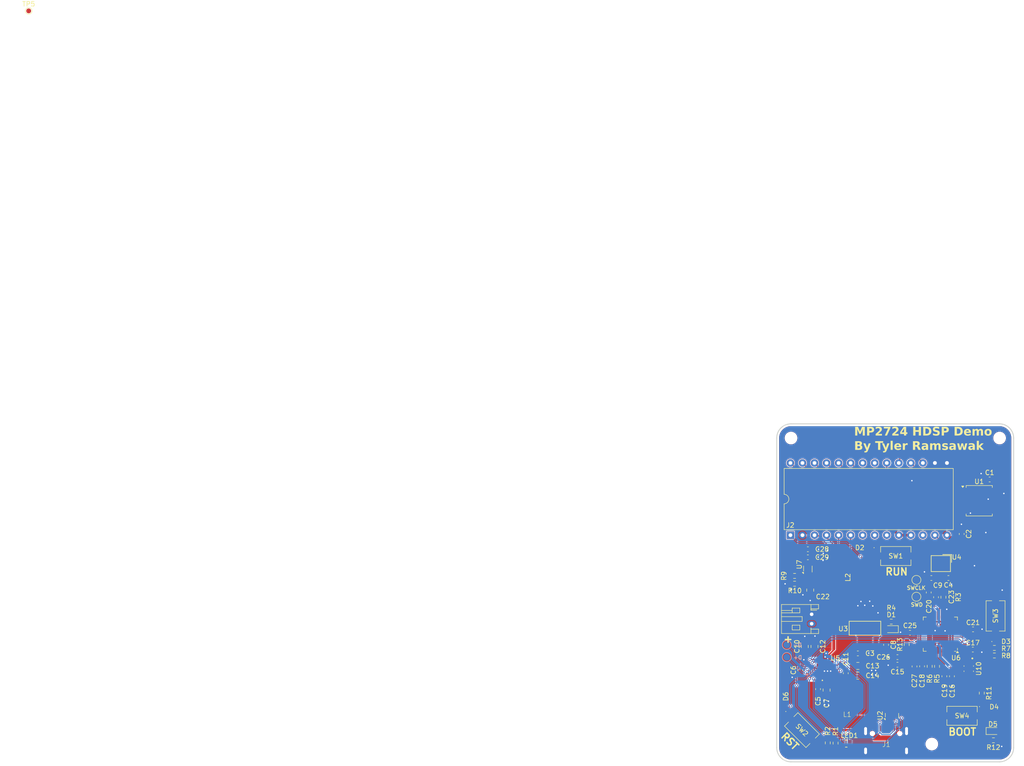
<source format=kicad_pcb>
(kicad_pcb (version 20240108) (generator "pcbnew") (generator_version "8.0")
  (layers (0 "F.Cu" signal) (1 "In1.Cu" signal) (2 "In2.Cu" signal) (31 "B.Cu" signal) (34 "B.Paste" user) (35 "F.Paste" user) (36 "B.SilkS" user "B.Silkscreen") (37 "F.SilkS" user "F.Silkscreen") (38 "B.Mask" user) (39 "F.Mask" user) (44 "Edge.Cuts" user))
  (net 0 "")
  (net 1 "GND")
  (net 2 "Net-(U5-IN)")
  (net 3 "Net-(U5-VCC)")
  (net 4 "+BATT")
  (net 5 "Net-(U5-PMID)")
  (net 6 "Net-(C9-Pad1)")
  (net 7 "VSYS")
  (net 8 "+3V3")
  (net 9 "+5V")
  (net 10 "/XIN")
  (net 11 "Net-(U5-BST)")
  (net 12 "Net-(D1-K)")
  (net 13 "+1V1")
  (net 14 "Net-(U7-SW)")
  (net 15 "Net-(U5-PG)")
  (net 16 "Net-(LED1-Pad2)")
  (net 17 "Net-(U5-STAT)")
  (net 18 "Net-(LED1-Pad1)")
  (net 19 "/RP_D+")
  (net 20 "/RP_D-")
  (net 21 "Net-(U7-FB)")
  (net 22 "Net-(U5-D+)")
  (net 23 "Net-(J1-CC2)")
  (net 24 "/MP_INT")
  (net 25 "Net-(J1-CC1)")
  (net 26 "Net-(U5-D-)")
  (net 27 "/MP_SCL")
  (net 28 "/MP_SDA")
  (net 29 "Net-(U6-SWCLK)")
  (net 30 "/D-")
  (net 31 "/D+")
  (net 32 "Net-(U6-SWD)")
  (net 33 "/WR")
  (net 35 "/RCLK")
  (net 36 "/A1")
  (net 37 "/QSPI_SD2")
  (net 40 "/A2")
  (net 43 "/RST")
  (net 46 "/QSPI_CS")
  (net 47 "/SRCLK")
  (net 48 "/QSPI_SD0")
  (net 49 "/XOUT")
  (net 52 "/QSPI_SCLK")
  (net 55 "/QSPI_SD1")
  (net 56 "/A0")
  (net 57 "/QSPI_SD3")
  (net 58 "/CE")
  (net 60 "/SER")
  (net 61 "/A3")
  (net 62 "Net-(U5-SW)")
  (net 65 "/D0")
  (net 66 "/D3")
  (net 67 "/D4")
  (net 68 "/D5")
  (net 69 "/D1")
  (net 70 "/D6")
  (net 72 "/D7")
  (net 73 "/D2")
  (net 85 "Net-(U6-GPIO25)")
  (net 86 "Net-(D2-K)")
  (net 87 "Net-(D3-K)")
  (net 88 "Net-(D4-K)")
  (net 89 "Net-(D6-K)")
  (net 90 "Net-(D5-K)")
  (net 91 "Net-(D5-A)")
  (footprint "Capacitor_SMD:C_0603_1608Metric" (layer "F.Cu") (at 203.75 99.95 180)
    (property "Reference" "C1")
    (property "Value" "100nF")
  )
  (footprint "LED_SMD:LED_0603_1608Metric" (layer "F.Cu") (at 204.485 153.05)
    (property "Reference" "D5")
    (property "Value" "LED")
  )
  (footprint "TestPoint:TestPoint_Pad_D1.0mm" (layer "F.Cu") (at 1.025 1.025)
    (property "Reference" "TP5")
    (property "Value" "TestPoint_Small")
  )
  (footprint "Capacitor_SMD:C_0603_1608Metric" (layer "F.Cu") (at 187.9 139.4125 -90)
    (property "Reference" "C27")
    (property "Value" "1uF")
  )
  (footprint "IC_W25Q16JVUXIQ_TR:IC_W25Q16JVUXIQ_TR" (layer "F.Cu") (at 199.34 139.88 -90)
    (property "Reference" "U10")
    (property "Value" "W25Q16JVUXIO")
  )
  (footprint "Capacitor_SMD:C_0603_1608Metric" (layer "F.Cu") (at 194.2 141.4925 -90)
    (property "Reference" "C19")
    (property "Value" "100nF")
  )
  (footprint "Capacitor_SMD:C_0603_1608Metric" (layer "F.Cu") (at 192.45 124.8 90)
    (property "Reference" "C23")
    (property "Value" "100nF")
  )
  (footprint "Capacitor_SMD:C_0603_1608Metric" (layer "F.Cu") (at 195.8 141.4925 -90)
    (property "Reference" "C16")
    (property "Value" "100nF")
  )
  (footprint "Button_Switch_SMD:SW_Tactile_SPST_NO_Straight_CK_PTS636Sx25SMTRLFS" (layer "F.Cu") (at 205 128.75 90)
    (property "Reference" "SW3")
    (property "Value" "SW_Push")
  )
  (footprint "Package_TO_SOT_SMD:SOT-563" (layer "F.Cu") (at 165.4 118.85 90)
    (property "Reference" "U7")
    (property "Value" "TPS61023DRLR")
  )
  (footprint "HPC5040NV:HPC 5040NV-1R0M" (layer "F.Cu") (at 173.7 145.6)
    (property "Reference" "L1")
    (property "Value" "1uH")
  )
  (footprint "Capacitor_SMD:C_0603_1608Metric" (layer "F.Cu") (at 167.55 144.2 -90)
    (property "Reference" "C5")
    (property "Value" "1uF")
  )
  (footprint "Resistor_SMD:R_0603_1608Metric" (layer "F.Cu") (at 204.55 155)
    (property "Reference" "R12")
    (property "Value" "1k")
  )
  (footprint "Capacitor_SMD:C_0603_1608Metric" (layer "F.Cu") (at 186.95 132.3 180)
    (property "Reference" "C25")
    (property "Value" "100nF")
  )
  (footprint "Resistor_SMD:R_0603_1608Metric" (layer "F.Cu") (at 192.65 139.3925 90)
    (property "Reference" "R5")
    (property "Value" "27.4")
  )
  (footprint "Capacitor_SMD:C_0603_1608Metric" (layer "F.Cu") (at 165.4 114.675)
    (property "Reference" "C28")
    (property "Value" "22uF")
  )
  (footprint "easyeda2kicad:CRYSTAL-SMD_4P-L3.2-W2.5-BL" (layer "F.Cu") (at 193.45 117.7 180)
    (property "Reference" "U4")
    (property "Value" "ABM8-272-T3_C20625731")
  )
  (footprint "Diode_SMD:D_0402_1005Metric" (layer "F.Cu") (at 205.3 134.15)
    (property "Reference" "D3")
    (property "Value" "ESD351")
  )
  (footprint "Connector_JST:JST_PH_S2B-PH-K_1x02_P2.00mm_Horizontal" (layer "F.Cu") (at 166.2 128.4 -90)
    (property "Reference" "BT1" (hide yes))
    (property "Value" "Battery")
  )
  (footprint "Diode_SMD:D_0402_1005Metric" (layer "F.Cu") (at 202.7 147.9)
    (property "Reference" "D4")
    (property "Value" "ESD351")
  )
  (footprint "Resistor_SMD:R_0603_1608Metric" (layer "F.Cu") (at 202.09 145.04 -90)
    (property "Reference" "R11")
    (property "Value" "1k")
  )
  (footprint "Diode_SMD:D_0402_1005Metric" (layer "F.Cu") (at 178.2825 114.35 180)
    (property "Reference" "D2")
    (property "Value" "ESD351")
  )
  (footprint "Resistor_SMD:R_0603_1608Metric" (layer "F.Cu") (at 191.1 139.3875 90)
    (property "Reference" "R6")
    (property "Value" "27.4")
  )
  (footprint "Capacitor_SMD:C_0603_1608Metric" (layer "F.Cu") (at 181.9 134.85 90)
    (property "Reference" "C8")
    (property "Value" "4.7uF")
  )
  (footprint "Resistor_SMD:R_0603_1608Metric" (layer "F.Cu") (at 183 129.95 180)
    (property "Reference" "R4")
    (property "Value" "1k")
  )
  (footprint "Capacitor_SMD:C_0603_1608Metric" (layer "F.Cu") (at 200.2 135.85)
    (property "Reference" "C17")
    (property "Value" "100nF")
  )
  (footprint "Capacitor_SMD:C_0805_2012Metric" (layer "F.Cu") (at 166.8 135.2 90)
    (property "Reference" "C12")
    (property "Value" "10uF")
  )
  (footprint "Capacitor_SMD:C_0805_2012Metric" (layer "F.Cu") (at 165.9 123.3 -90)
    (property "Reference" "C22")
    (property "Value" "10uF")
  )
  (footprint "Resistor_SMD:R_0603_1608Metric" (layer "F.Cu") (at 194 124.8 -90)
    (property "Reference" "R3")
    (property "Value" "1k")
  )
  (footprint "Resistor_SMD:R_0603_1608Metric" (layer "F.Cu") (at 171.25 155.6 -90)
    (property "Reference" "R1")
    (property "Value" "1k")
  )
  (footprint "Capacitor_SMD:C_0603_1608Metric" (layer "F.Cu") (at 163.8 140.2 -90)
    (property "Reference" "C6")
    (property "Value" "4.7uF")
  )
  (footprint "Resistor_SMD:R_0603_1608Metric" (layer "F.Cu") (at 162.6 120.3)
    (property "Reference" "R9")
    (property "Value" "732k")
  )
  (footprint "Package_SO:SSOP-16_5.3x6.2mm_P0.65mm" (layer "F.Cu") (at 201.55 104.435)
    (property "Reference" "U1")
    (property "Value" "74HC595")
  )
  (footprint "easyeda2kicad:LED-ARRAY-SMD_0603-4P-L1.6-W1.5-BR-RD" (layer "F.Cu") (at 173.5 155.7 180)
    (property "Reference" "LED1")
    (property "Value" "LTST-C195KGJRKT")
  )
  (footprint "Diode_SMD:D_0402_1005Metric" (layer "F.Cu") (at 160.75 147.8325 90)
    (property "Reference" "D6")
    (property "Value" "ESD351")
  )
  (footprint "Capacitor_SMD:C_0603_1608Metric" (layer "F.Cu") (at 200.25 131.59)
    (property "Reference" "C21")
    (property "Value" "100nF")
  )
  (footprint "Capacitor_SMD:C_0603_1608Metric" (layer "F.Cu") (at 184.3 139.05 180)
    (property "Reference" "C15")
    (property "Value" "100nF")
  )
  (footprint "Capacitor_SMD:C_0603_1608Metric" (layer "F.Cu") (at 190.9 123.8 90)
    (property "Reference" "C20")
    (property "Value" "1uF")
  )
  (footprint "MountingHole:MountingHole_2.2mm_M2" (layer "F.Cu") (at 205.85 91.2)
    (property "Reference" "H1" (hide yes))
    (property "Value" "MountingHole")
  )
  (footprint "Button_Switch_SMD:SW_Tactile_SPST_NO_Straight_CK_PTS636Sx25SMTRLFS" (layer "F.Cu") (at 164.15 152.85 -45)
    (property "Reference" "SW2")
    (property "Value" "SW_Push")
  )
  (footprint "LED_SMD:LED_0603_1608Metric" (layer "F.Cu") (at 183 131.55 180)
    (property "Reference" "D1")
    (property "Value" "LED")
  )
  (footprint "Capacitor_SMD:C_0603_1608Metric" (layer "F.Cu") (at 184.3 137.45 180)
    (property "Reference" "C26")
    (property "Value" "100nF")
  )
  (footprint "TestPoint:TestPoint_Pad_D1.5mm" (layer "F.Cu") (at 188.3 124.7)
    (property "Reference" "TP4" (hide yes))
    (property "Value" "TestPoint_Small")
  )
  (footprint "MountingHole:MountingHole_2.2mm_M2" (layer "F.Cu") (at 161.85 91.2)
    (property "Reference" "H3" (hide yes))
    (property "Value" "MountingHole")
  )
  (footprint "easyeda2kicad:SOT-223-3_L6.5-W3.4-P2.30-LS7.0-BR" (layer "F.Cu") (at 177.45 131.45 -90)
    (property "Reference" "U3")
    (property "Value" "AP2114HA-3.3TRG1")
  )
  (footprint "Capacitor_SMD:C_0805_2012Metric" (layer "F.Cu") (at 169.35 144.4 -90)
    (property "Reference" "C7")
    (property "Value" "10uF")
  )
  (footprint "Capacitor_SMD:C_0603_1608Metric" (layer "F.Cu") (at 189.5 139.3875 -90)
    (property "Reference" "C18")
    (property "Value" "100nF")
  )
  (footprint "Package_SON:USON-10_2.5x1.0mm_P0.5mm" (layer "F.Cu") (at 183.15 149.8 90)
    (property "Reference" "U2")
    (property "Value" "TPD4E05U06DQAR")
  )
  (footprint "MountingHole:MountingHole_2.2mm_M2" (layer "F.Cu") (at 191.55 155.8)
    (property "Reference" "H2" (hide yes))
    (property "Value" "MountingHole")
  )
  (footprint "Capacitor_SMD:C_0603_1608Metric" (layer "F.Cu") (at 191.45 120.75 180)
    (property "Reference" "C9")
    (property "Value" "15pF")
  )
  (footprint "Button_Switch_SMD:SW_Tactile_SPST_NO_Straight_CK_PTS636Sx25SMTRLFS" (layer "F.Cu") (at 183.95 116.1)
    (property "Reference" "SW1")
    (property "Value" "SW_Push")
  )
  (footprint "Package_DFN_QFN:QFN-56-1EP_7x7mm_P0.4mm_EP3.2x3.2mm" (layer "F.Cu") (at 193.35 132.6 180)
    (property "Reference" "U6")
    (property "Value" "RP2040")
  )
  (footprint "Capacitor_SMD:C_0805_2012Metric" (layer "F.Cu") (at 164.75 135.2 90)
    (property "Reference" "C10")
    (property "Value" "10uF")
  )
  (footprint "MP2724:MP2724GRH" (layer "F.Cu") (at 173.35 140 90)
    (property "Reference" "U5")
    (property "Value" "MP2724GRH")
  )
  (footprint "Capacitor_SMD:C_0603_1608Metric" (layer "F.Cu") (at 173.4 140.85 -90)
    (property "Reference" "C11")
    (property "Value" "22nF")
  )
  (footprint "Capacitor_SMD:C_0603_1608Metric" (layer "F.Cu") (at 175.945 136.66)
    (property "Reference" "C3")
    (property "Value" "4.7uF")
  )
  (footprint "Capacitor_SMD:C_0603_1608Metric" (layer "F.Cu") (at 197.85 111.45 90)
    (property "Reference" "C2")
    (property "Value" "100nF")
  )
  (footprint "Resistor_SMD:R_0603_1608Metric" (layer "F.Cu") (at 186.25 134.8 90)
    (property "Reference" "R13")
    (property "Value" "10k")
  )
  (footprint "Package_DIP:DIP-28_W15.24mm" (layer "F.Cu") (at 161.725 111.7 90)
    (property "Reference" "J2")
    (property "Value" "Conn_02x14_Counter_Clockwise")
  )
  (footprint "Resistor_SMD:R_0603_1608Metric" (layer "F.Cu") (at 162.6 121.95 180)
    (property "Reference" "R10")
    (property "Value" "100k")
  )
  (footprint "Resistor_SMD:R_0603_1608Metric" (layer "F.Cu") (at 204.75 137.1 180)
    (property "Reference" "R8")
    (property "Value" "10k")
  )
  (footprint "Capacitor_SMD:C_0805_2012Metric" (layer "F.Cu") (at 175.95 141.35)
    (property "Reference" "C14")
    (property "Value" "10uF")
  )
  (footprint "Resistor_SMD:R_0603_1608Metric" (layer "F.Cu") (at 169.6 155.55 -90)
    (property "Reference" "R2")
    (property "Value" "1k")
  )
  (footprint "Capacitor_SMD:C_0603_1608Metric" (layer "F.Cu") (at 165.4 116.375)
    (property "Reference" "C29")
    (property "Value" "22uF")
  )
  (footprint "Resistor_SMD:R_0603_1608Metric" (layer "F.Cu") (at 204.75 135.5 180)
    (property "Reference" "R7")
    (property "Value" "10k")
  )
  (footprint "Capacitor_SMD:C_0805_2012Metric" (layer "F.Cu") (at 175.95 139.3)
    (property "Reference" "C13")
    (property "Value" "10uF")
  )
  (footprint "Capacitor_SMD:C_0603_1608Metric" (layer "F.Cu") (at 195.05 120.75 180)
    (property "Reference" "C4")
    (property "Value" "15pF")
  )
  (footprint "UJ20:UJ20-C-H-G-SMT-1-P16-TR" (layer "F.Cu") (at 181.96 155.885)
    (property "Reference" "J1")
    (property "Value" "USB_C_Receptacle_USB2.0_16P")
  )
  (footprint "HPC5040NV:HPC 5040NV-1R0M" (layer "F.Cu") (at 169.95 120.625 90)
    (property "Reference" "L2")
    (property "Value" "1uH")
  )
  (footprint "Button_Switch_SMD:SW_Tactile_SPST_NO_Straight_CK_PTS636Sx25SMTRLFS" (layer "F.Cu") (at 197.93 149.83 180)
    (property "Reference" "SW4")
    (property "Value" "SW_Push")
  )
  (footprint "TestPoint:TestPoint_Pad_D1.5mm" (layer "F.Cu") (at 188.3 121.15)
    (property "Reference" "TP3" (hide yes))
    (property "Value" "TestPoint_Small")
  )
  (footprint "TestPoint:TestPoint_Pad_D1.5mm" (layer "B.Cu") (at 160.95 137.45 180)
    (property "Reference" "TP1" (hide yes))
    (property "Value" "TestPoint_Small" (hide yes))
  )
  (footprint "TestPoint:TestPoint_Pad_D1.5mm" (layer "B.Cu") (at 160.95 134.85 180)
    (property "Reference" "TP2" (hide yes))
    (property "Value" "TestPoint_Small" (hide yes))
  )
  (gr_arc (start 158.835 91.2) (mid 159.71368 89.07868) (end 161.835 88.2) (stroke (width 0.2)) (layer "Edge.Cuts"))
  (gr_arc (start 208.815 156.55) (mid 207.93632 158.67132) (end 205.815 159.55) (stroke (width 0.2)) (layer "Edge.Cuts"))
  (gr_line (start 205.815 159.55) (end 161.835 159.55) (stroke (width 0.2)) (layer "Edge.Cuts"))
  (gr_line (start 161.835 88.2) (end 205.815 88.2) (stroke (width 0.2)) (layer "Edge.Cuts"))
  (gr_line (start 208.815 91.2) (end 208.815 156.55) (stroke (width 0.2)) (layer "Edge.Cuts"))
  (gr_arc (start 205.815 88.2) (mid 207.93632 89.07868) (end 208.815 91.2) (stroke (width 0.2)) (layer "Edge.Cuts"))
  (gr_arc (start 161.835 159.55) (mid 159.71368 158.67132) (end 158.835 156.55) (stroke (width 0.2)) (layer "Edge.Cuts"))
  (gr_line (start 158.835 156.55) (end 158.835 91.2) (stroke (width 0.2)) (layer "Edge.Cuts"))
  (gr_text "D-" (at 164.2 135.35 0) (layer "B.SilkS") (effects (font (size 0.8 0.8) (thickness 0.15) (bold yes)) (justify left bottom mirror)))
  (gr_text "D+" (at 164.25 138 0) (layer "B.SilkS") (effects (font (size 0.8 0.8) (thickness 0.15) (bold yes)) (justify left bottom mirror)))
  (gr_text "RUN" (at 181.6 120.3 0) (layer "F.SilkS") (effects (font (size 1.5 1.5) (thickness 0.3) (bold yes)) (justify left bottom)))
  (gr_text "SWCLK" (at 186.2 123.3 0) (layer "F.SilkS") (effects (font (size 0.8 0.8) (thickness 0.15) (bold yes)) (justify left bottom)))
  (gr_text "+" (at 160.1 134.5 0) (layer "F.SilkS") (effects (font (size 1.5 1.5) (thickness 0.3) (bold yes)) (justify left bottom)))
  (gr_text "BOOT" (at 194.9 154.1 0) (layer "F.SilkS") (effects (font (size 1.5 1.5) (thickness 0.3) (bold yes)) (justify left bottom)))
  (gr_text "RST" (at 159.4 154.25 -45) (layer "F.SilkS") (effects (font (size 1.5 1.5) (thickness 0.3) (bold yes)) (justify left bottom)))
  (gr_text "MP2724 HDSP Demo\nBy Tyler Ramsawak" (at 175.15 94 0) (layer "F.SilkS") (effects (font (size 1.8 1.8) (thickness 0.3) (bold yes)) (justify left bottom)))
  (gr_text "SWD" (at 187.05 126.85 0) (layer "F.SilkS") (effects (font (size 0.8 0.8) (thickness 0.15) (bold yes)) (justify left bottom)))
  (segment (start 170.25 140.45) (end 170.2 140.4) (width 0.2) (layer "F.Cu") (net 1))
  (segment (start 167.65 139.8) (end 166.75 139.8) (width 0.2) (layer "F.Cu") (net 1))
  (segment (start 170.25 141.45) (end 170.25 140.45) (width 0.2) (layer "F.Cu") (net 1))
  (segment (start 168.9 140.4) (end 169.55 140.4) (width 0.2) (layer "F.Cu") (net 1))
  (segment (start 194.35 129.1625) (end 194.35 127.7) (width 0.2) (layer "F.Cu") (net 1))
  (segment (start 183.15 149.415) (end 183.15 150.185) (width 0.2) (layer "F.Cu") (net 1))
  (segment (start 194.35 127.7) (end 194.7 127.35) (width 0.2) (layer "F.Cu") (net 1))
  (segment (start 169.55 140.4) (end 170.2 140.4) (width 0.2) (layer "F.Cu") (net 1))
  (segment (start 166.75 139.8) (end 166.45 139.5) (width 0.2) (layer "F.Cu") (net 1))
  (via (at 180.2 128.1) (size 0.6) (drill 0.3) (layers "F.Cu" "B.Cu") (net 1))
  (via (at 168.9 140.4) (size 0.6) (drill 0.3) (layers "F.Cu" "B.Cu") (net 1))
  (via (at 202.95 111.15) (size 0.6) (drill 0.3) (layers "F.Cu" "B.Cu") (net 1))
  (via (at 206.75 102.9) (size 0.6) (drill 0.3) (layers "F.Cu" "B.Cu") (net 1))
  (via (at 202.1 136.4) (size 0.6) (drill 0.3) (layers "F.Cu" "B.Cu") (net 1))
  (via (at 161.8 123.15) (size 0.6) (drill 0.3) (layers "F.Cu" "B.Cu") (net 1))
  (via (at 169.5 114.925) (size 0.6) (drill 0.3) (layers "F.Cu" "B.Cu") (net 1))
  (via (at 167.6 116.325) (size 0.6) (drill 0.3) (layers "F.Cu" "B.Cu") (net 1))
  (via (at 168.65 115.55) (size 0.6) (drill 0.3) (layers "F.Cu" "B.Cu") (net 1))
  (via (at 169.55 140.4) (size 0.6) (drill 0.3) (layers "F.Cu" "B.Cu") (net 1))
  (via (at 169.75 146.75) (size 0.6) (drill 0.3) (layers "F.Cu" "B.Cu") (net 1))
  (via (at 202.15 131.55) (size 0.6) (drill 0.3) (layers "F.Cu" "B.Cu") (net 1))
  (via (at 160.6 121.975) (size 0.6) (drill 0.3) (layers "F.Cu" "B.Cu") (net 1))
  (via (at 192.25 131.85) (size 0.6) (drill 0.3) (layers "F.Cu" "B.Cu") (net 1))
  (via (at 169.8 147.65) (size 0.6) (drill 0.3) (layers "F.Cu" "B.Cu") (net 1))
  (via (at 195.85 143.55) (size 0.6) (drill 0.3) (layers "F.Cu" "B.Cu") (net 1))
  (via (at 168.8 146.65) (size 0.6) (drill 0.3) (layers "F.Cu" "B.Cu") (net 1))
  (via (at 200.55 118.15) (size 0.6) (drill 0.3) (layers "F.Cu" "B.Cu") (net 1))
  (via (at 182.35 137.5) (size 0.6) (drill 0.3) (layers "F.Cu" "B.Cu") (net 1))
  (via (at 168.6 117.025) (size 0.6) (drill 0.3) (layers "F.Cu" "B.Cu") (net 1))
  (via (at 184.95 132.2) (size 0.6) (drill 0.3) (layers "F.Cu" "B.Cu") (net 1))
  (via (at 164.55 138) (size 0.6) (drill 0.3) (layers "F.Cu" "B.Cu") (net 1))
  (via (at 167.65 114.675) (size 0.6) (drill 0.3) (layers "F.Cu" "B.Cu") (net 1))
  (via (at 178.85 140.25) (size 0.6) (drill 0.3) (layers "F.Cu" "B.Cu") (net 1))
  (via (at 167.95 146.55) (size 0.6) (drill 0.3) (layers "F.Cu" "B.Cu") (net 1))
  (via (at 175.95 126.6) (size 0.6) (drill 0.3) (layers "F.Cu" "B.Cu") (net 1))
  (via (at 201.95 98.7) (size 0.6) (drill 0.3) (layers "F.Cu" "B.Cu") (net 1))
  (via (at 206.3 156.3) (size 0.6) (drill 0.3) (layers "F.Cu" "B.Cu") (net 1))
  (via (at 179.1 126.65) (size 0.6) (drill 0.3) (layers "F.Cu" "B.Cu") (net 1))
  (via (at 179.7 141.2) (size 0.6) (drill 0.3) (layers "F.Cu" "B.Cu") (net 1))
  (via (at 176.6 125.7) (size 0.6) (drill 0.3) (layers "F.Cu" "B.Cu") (net 1))
  (via (at 169.5 116.475) (size 0.6) (drill 0.3) (layers "F.Cu" "B.Cu") (net 1))
  (via (at 178.85 141.2) (size 0.6) (drill 0.3) (layers "F.Cu" "B.Cu") (net 1))
  (via (at 177.4 126.5) (size 0.6) (drill 0.3) (layers "F.Cu" "B.Cu") (net 1))
  (via (at 194.25 143.55) (size 0.6) (drill 0.3) (layers "F.Cu" "B.Cu") (net 1))
  (via (at 206.4 123.3) (size 0.6) (drill 0.3) (layers "F.Cu" "B.Cu") (net 1))
  (via (at 170.2 140.4) (size 0.6) (drill 0.3) (layers "F.Cu" "B.Cu") (net 1))
  (via (at 178.25 136.6) (size 0.6) (drill 0.3) (layers "F.Cu" "B.Cu") (net 1))
  (via (at 199.7 107.05) (size 0.6) (drill 0.3) (layers "F.Cu" "B.Cu") (net 1))
  (via (at 178.45 125.65) (size 0.6) (drill 0.3) (layers "F.Cu" "B.Cu") (net 1))
  (via (at 182.35 139.15) (size 0.6) (drill 0.3) (layers "F.Cu" "B.Cu") (net 1))
  (via (at 164.75 133.05) (size 0.6) (drill 0.3) (layers "F.Cu" "B.Cu") (net 1))
  (via (at 190 119.45) (size 0.6) (drill 0.3) (layers "F.Cu" "B.Cu") (net 1))
  (via (at 166.9 133) (size 0.6) (drill 0.3) (layers "F.Cu" "B.Cu") (net 1))
  (via (at 162.1 141.7) (size 0.6) (drill 0.3) (layers "F.Cu" "B.Cu") (net 1))
  (via (at 194.7 127.35) (size 0.6) (drill 0.3) (layers "F.Cu" "B.Cu") (net 1))
  (via (at 164.35 124.3) (size 0.6) (drill 0.3) (layers "F.Cu" "B.Cu") (net 1))
  (via (at 165.9 125.5) (size 0.6) (drill 0.3) (layers "F.Cu" "B.Cu") (net 1))
  (via (at 195.7 122.05) (size 0.6) (drill 0.3) (layers "F.Cu" "B.Cu") (net 1))
  (via (at 168.95 147.5) (size 0.6) (drill 0.3) (layers "F.Cu" "B.Cu") (net 1))
  (via (at 197.8 109.4) (size 0.6) (drill 0.3) (layers "F.Cu" "B.Cu") (net 1))
  (via (at 203.45 104.1) (size 0.6) (drill 0.3) (layers "F.Cu" "B.Cu") (net 1))
  (via (at 194.35 131.9) (size 0.6) (drill 0.3) (layers "F.Cu" "B.Cu") (net 1))
  (via (at 179.7 140.25) (size 0.6) (drill 0.3) (layers "F.Cu" "B.Cu") (net 1))
  (via (at 187.35 100.2) (size 0.6) (drill 0.3) (layers "F.Cu" "B.Cu") (net 1))
  (segment (start 167.55 143.425) (end 167.55 143.25) (width 0.2) (layer "F.Cu") (net 2))
  (segment (start 169.975 154.775) (end 171.25 154.775) (width 0.2) (layer "F.Cu") (net 3))
  (segment (start 167.65 140.2) (end 166.35 140.2) (width 0.2) (layer "F.Cu") (net 3))
  (segment (start 168.75 153.55) (end 169.975 154.775) (width 0.2) (layer "F.Cu") (net 3))
  (segment (start 163 140.225) (end 163.8 139.425) (width 0.2) (layer "F.Cu") (net 3))
  (segment (start 163 143.4) (end 163 140.225) (width 0.2) (layer "F.Cu") (net 3))
  (segment (start 166.35 140.2) (end 165.575 139.425) (width 0.2) (layer "F.Cu") (net 3))
  (segment (start 165.575 139.425) (end 163.8 139.425) (width 0.2) (layer "F.Cu") (net 3))
  (via (at 168.75 153.55) (size 0.6) (drill 0.3) (layers "F.Cu" "B.Cu") (net 3))
  (via (at 163 143.4) (size 0.6) (drill 0.3) (layers "F.Cu" "B.Cu") (net 3))
  (segment (start 163 147.8) (end 168.75 153.55) (width 0.2) (layer "B.Cu") (net 3))
  (segment (start 163 143.4) (end 163 147.8) (width 0.2) (layer "B.Cu") (net 3))
  (via (at 169.25 136.65) (size 0.6) (drill 0.3) (layers "F.Cu" "B.Cu") (net 4))
  (via (at 171 138.3) (size 0.6) (drill 0.3) (layers "F.Cu" "B.Cu") (net 4))
  (via (at 169.05 137.4) (size 0.6) (drill 0.3) (layers "F.Cu" "B.Cu") (net 4))
  (segment (start 169.35 141.45) (end 169.35 143.45) (width 0.2) (layer "F.Cu") (net 5))
  (segment (start 194 122.4) (end 194 123.975) (width 0.2) (layer "F.Cu") (net 6))
  (segment (start 192.35 120.75) (end 194 122.4) (width 0.2) (layer "F.Cu") (net 6))
  (segment (start 192.225 120.75) (end 192.35 120.75) (width 0.2) (layer "F.Cu") (net 6))
  (segment (start 192.35 120.625) (end 192.225 120.75) (width 0.2) (layer "F.Cu") (net 6))
  (segment (start 192.35 118.55) (end 192.35 120.625) (width 0.2) (layer "F.Cu") (net 6))
  (segment (start 175.4 141.75) (end 175 141.35) (width 0.2) (layer "F.Cu") (net 7))
  (segment (start 175.08 139.22) (end 175 139.3) (width 0.2) (layer "F.Cu") (net 7))
  (segment (start 199.333804 142.716196) (end 197.472392 142.716196) (width 0.2) (layer "F.Cu") (net 8))
  (segment (start 189.9125 131.6) (end 190.8125 131.6) (width 0.2) (layer "F.Cu") (net 8))
  (segment (start 189.9125 135.2) (end 189.8 135.2) (width 0.2) (layer "F.Cu") (net 8))
  (segment (start 192.75 136.4375) (end 193.15 136.0375) (width 0.2) (layer "F.Cu") (net 8))
  (segment (start 200.09 141.96) (end 199.333804 142.716196) (width 0.2) (layer "F.Cu") (net 8))
  (segment (start 192.75 137.479851) (end 194.2 138.929851) (width 0.2) (layer "F.Cu") (net 8))
  (segment (start 200.09 141.13) (end 200.09 141.96) (width 0.2) (layer "F.Cu") (net 8))
  (segment (start 182.15 131.55) (end 179.75 133.95) (width 0.2) (layer "F.Cu") (net 8))
  (segment (start 192.75 137.479851) (end 192.75 136.4375) (width 0.2) (layer "F.Cu") (net 8))
  (segment (start 196.7875 135.2) (end 195.9625 135.2) (width 0.2) (layer "F.Cu") (net 8))
  (segment (start 193.15 129.1625) (end 193.15 129.69636) (width 0.2) (layer "F.Cu") (net 8))
  (segment (start 196.7875 135.2) (end 196.95 135.2) (width 0.2) (layer "F.Cu") (net 8))
  (segment (start 196.7875 131.6) (end 196.0875 131.6) (width 0.2) (layer "F.Cu") (net 8))
  (segment (start 204.525 138.15) (end 201.725 138.15) (width 0.2) (layer "F.Cu") (net 8))
  (segment (start 196.256196 141.5) (end 194.9825 141.5) (width 0.2) (layer "F.Cu") (net 8))
  (segment (start 193.15 129.69636) (end 193.39114 129.9375) (width 0.2) (layer "F.Cu") (net 8))
  (segment (start 182.2125 131.55) (end 182.15 131.55) (width 0.2) (layer "F.Cu") (net 8))
  (segment (start 188.425 131.6) (end 187.725 132.3) (width 0.2) (layer "F.Cu") (net 8))
  (segment (start 194.2 138.929851) (end 194.2 140.7175) (width 0.2) (layer "F.Cu") (net 8))
  (segment (start 199.465 131.6) (end 199.475 131.59) (width 0.2) (layer "F.Cu") (net 8))
  (segment (start 201.725 138.15) (end 199.425 135.85) (width 0.2) (layer "F.Cu") (net 8))
  (segment (start 194.9825 141.5) (end 194.2 140.7175) (width 0.2) (layer "F.Cu") (net 8))
  (segment (start 192.75 135.7875) (end 192.75 136.0375) (width 0.2) (layer "F.Cu") (net 8))
  (segment (start 193.15 126.7) (end 192.45 126) (width 0.2) (layer "F.Cu") (net 8))
  (segment (start 193.15 129.1625) (end 193.15 126.7) (width 0.2) (layer "F.Cu") (net 8))
  (segment (start 179.75 133.95) (end 179.75 134.42) (width 0.2) (layer "F.Cu") (net 8))
  (segment (start 196.7875 131.6) (end 199.465 131.6) (width 0.2) (layer "F.Cu") (net 8))
  (segment (start 189.9125 131.6) (end 188.425 131.6) (width 0.2) (layer "F.Cu") (net 8))
  (segment (start 192.45 126) (end 192.45 125.575) (width 0.2) (layer "F.Cu") (net 8))
  (segment (start 205.575 137.1) (end 204.525 138.15) (width 0.2) (layer "F.Cu") (net 8))
  (segment (start 197.472392 142.716196) (end 196.256196 141.5) (width 0.2) (layer "F.Cu") (net 8))
  (segment (start 185.075 137.45) (end 184.748696 137.45) (width 0.2) (layer "F.Cu") (net 8))
  (segment (start 196.95 135.2) (end 197.6 135.85) (width 0.2) (layer "F.Cu") (net 8))
  (segment (start 205.575 135.5) (end 205.575 137.1) (width 0.2) (layer "F.Cu") (net 8))
  (segment (start 189.9025 135.21) (end 189.9125 135.2) (width 0.2) (layer "F.Cu") (net 8))
  (segment (start 197.6 135.85) (end 199.425 135.85) (width 0.2) (layer "F.Cu") (net 8))
  (segment (start 201.5 103.55) (end 196.925 98.975) (width 0.2) (layer "F.Cu") (net 9))
  (segment (start 203.64 106.06) (end 204.9625 106.06) (width 0.2) (layer "F.Cu") (net 9))
  (segment (start 201.5 108.6) (end 201.5 104.3) (width 0.2) (layer "F.Cu") (net 9))
  (segment (start 182.285 109.4) (end 184.585 111.7) (width 0.6) (layer "F.Cu") (net 9))
  (segment (start 166.565 109.4) (end 192.445 109.4) (width 0.9) (layer "F.Cu") (net 9))
  (segment (start 197.85 112.225) (end 198.325 112.225) (width 0.2) (layer "F.Cu") (net 9))
  (segment (start 201.5 108.2) (end 203.64 106.06) (width 0.2) (layer "F.Cu") (net 9))
  (segment (start 201.5 108.6) (end 201.5 108.2) (width 0.2) (layer "F.Cu") (net 9))
  (segment (start 198.325 112.225) (end 201.5 109.05) (width 0.2) (layer "F.Cu") (net 9))
  (segment (start 201.5 109.05) (end 201.5 108.6) (width 0.2) (layer "F.Cu") (net 9))
  (segment (start 195.27 112.225) (end 197.85 112.225) (width 0.6) (layer "F.Cu") (net 9))
  (segment (start 192.445 109.4) (end 194.745 111.7) (width 0.9) (layer "F.Cu") (net 9))
  (segment (start 203.64 102.16) (end 204.9625 102.16) (width 0.2) (layer "F.Cu") (net 9))
  (segment (start 204.525 102.16) (end 204.9625 102.16) (width 0.2) (layer "F.Cu") (net 9))
  (segment (start 194.745 111.7) (end 195.27 112.225) (width 0.6) (layer "F.Cu") (net 9))
  (segment (start 189.64 98.975) (end 187.125 96.46) (width 0.2) (layer "F.Cu") (net 9))
  (segment (start 204.525 99.95) (end 204.525 102.16) (width 0.2) (layer "F.Cu") (net 9))
  (segment (start 164.625 112.06) (end 164.265 111.7) (width 0.6) (layer "F.Cu") (net 9))
  (segment (start 201.5 104.3) (end 201.5 103.55) (width 0.2) (layer "F.Cu") (net 9))
  (segment (start 196.925 98.975) (end 189.64 98.975) (width 0.2) (layer "F.Cu") (net 9))
  (segment (start 164.265 111.7) (end 166.565 109.4) (width 0.9) (layer "F.Cu") (net 9))
  (segment (start 201.5 104.3) (end 203.64 102.16) (width 0.2) (layer "F.Cu") (net 9))
  (segment (start 184.585 111.7) (end 187.125 111.7) (width 0.6) (layer "F.Cu") (net 9))
  (segment (start 193.95 127.15) (end 193.95 129.1625) (width 0.2) (layer "F.Cu") (net 10))
  (segment (start 194.275 120.75) (end 194.775 121.25) (width 0.2) (layer "F.Cu") (net 10))
  (segment (start 193.55 117.65) (end 193.55 120.025) (width 0.2) (layer "F.Cu") (net 10))
  (segment (start 194.775 126.325) (end 193.95 127.15) (width 0.2) (layer "F.Cu") (net 10))
  (segment (start 194.775 121.25) (end 194.775 126.325) (width 0.2) (layer "F.Cu") (net 10))
  (segment (start 194.55 116.85) (end 194.35 116.85) (width 0.2) (layer "F.Cu") (net 10))
  (segment (start 193.55 120.025) (end 194.275 120.75) (width 0.2) (layer "F.Cu") (net 10))
  (segment (start 194.35 116.85) (end 193.55 117.65) (width 0.2) (layer "F.Cu") (net 10))
  (segment (start 171.65 141.8) (end 173.375 140.075) (width 0.2) (layer "F.Cu") (net 11))
  (segment (start 170.95 141.8) (end 171.65 141.8) (width 0.2) (layer "F.Cu") (net 11))
  (segment (start 173.375 140.075) (end 173.4 140.075) (width 0.2) (layer "F.Cu") (net 11))
  (segment (start 170.8 141.65) (end 170.95 141.8) (width 0.2) (layer "F.Cu") (net 11))
  (segment (start 183.825 131.5125) (end 183.7875 131.55) (width 0.2) (layer "F.Cu") (net 12))
  (segment (start 183.825 129.95) (end 183.825 131.5125) (width 0.2) (layer "F.Cu") (net 12))
  (segment (start 195.8 139.964166) (end 195.8 140.7175) (width 0.2) (layer "F.Cu") (net 13))
  (segment (start 193.55 137.714165) (end 195.214167 139.378332) (width 0.2) (layer "F.Cu") (net 13))
  (segment (start 191.55 136.57136) (end 191.34636 136.775) (width 0.2) (layer "F.Cu") (net 13))
  (segment (start 192.75 127.35) (end 192.75 129.1625) (width 0.2) (layer "F.Cu") (net 13))
  (segment (start 193.55 136.0375) (end 193.55 137.714165) (width 0.2) (layer "F.Cu") (net 13))
  (segment (start 192.4 127) (end 190.9 125.5) (width 0.2) (layer "F.Cu") (net 13))
  (segment (start 190.9 125.5) (end 190.9 124.575) (width 0.2) (layer "F.Cu") (net 13))
  (segment (start 191.55 136.0375) (end 191.55 136.57136) (width 0.2) (layer "F.Cu") (net 13))
  (segment (start 192.4 127) (end 192.75 127.35) (width 0.2) (layer "F.Cu") (net 13))
  (segment (start 191.34636 136.775) (end 191.3375 136.775) (width 0.2) (layer "F.Cu") (net 13))
  (segment (start 195.214167 139.378333) (end 195.8 139.964166) (width 0.2) (layer "F.Cu") (net 13))
  (segment (start 189.2 138.5875) (end 189.2 138.5425) (width 0.2) (layer "F.Cu") (net 13))
  (segment (start 191.3375 136.775) (end 189.5 138.6125) (width 0.2) (layer "F.Cu") (net 13))
  (segment (start 195.214167 139.378332) (end 195.214167 139.378333) (width 0.2) (layer "F.Cu") (net 13))
  (via (at 193 130.499998) (size 0.6) (drill 0.3) (layers "F.Cu" "B.Cu") (net 13))
  (via (at 195.214167 139.378333) (size 0.6) (drill 0.3) (layers "F.Cu" "B.Cu") (net 13))
  (via (at 192.4 127) (size 0.6) (drill 0.3) (layers "F.Cu" "B.Cu") (net 13))
  (via (at 192.65 134.7375) (size 0.6) (drill 0.3) (layers "F.Cu" "B.Cu") (net 13))
  (segment (start 195.214167 139.378333) (end 193.25 137.414166) (width 0.6) (layer "B.Cu") (net 13))
  (segment (start 193.25 135.3375) (end 192.65 134.7375) (width 0.6) (layer "B.Cu") (net 13))
  (segment (start 193.25 137.414166) (end 193.25 135.3375) (width 0.6) (layer "B.Cu") (net 13))
  (segment (start 193 127.6) (end 193 130.499998) (width 0.6) (layer "B.Cu") (net 13))
  (segment (start 192.4 127) (end 193 127.6) (width 0.6) (layer "B.Cu") (net 13))
  (segment (start 165.65 118.825) (end 165.728172 118.825) (width 0.3) (layer "F.Cu") (net 14))
  (segment (start 165.4 118.575) (end 165.65 118.825) (width 0.3) (layer "F.Cu") (net 14))
  (segment (start 169.95 118.825) (end 170.05 118.925) (width 0.2) (layer "F.Cu") (net 14))
  (segment (start 165.728172 118.825) (end 169.95 118.825) (width 0.3) (layer "F.Cu") (net 14))
  (segment (start 169.625 118.825) (end 169.7 118.9) (width 0.2) (layer "F.Cu") (net 14))
  (segment (start 173.85 153.35) (end 174 153.5) (width 0.2) (layer "F.Cu") (net 15))
  (segment (start 174 153.5) (end 174 155.01) (width 0.2) (layer "F.Cu") (net 15))
  (segment (start 174 155.01) (end 174.27 155.28) (width 0.2) (layer "F.Cu") (net 15))
  (segment (start 173.35 138.15) (end 173.35 138.402941) (width 0.2) (layer "F.Cu") (net 15))
  (segment (start 173.35 138.402941) (end 171.552941 140.2) (width 0.2) (layer "F.Cu") (net 15))
  (segment (start 171.552941 140.2) (end 171.05 140.2) (width 0.2) (layer "F.Cu") (net 15))
  (via (at 173.35 138.15) (size 0.6) (drill 0.3) (layers "F.Cu" "B.Cu") (net 15))
  (via (at 173.85 153.35) (size 0.6) (drill 0.3) (layers "F.Cu" "B.Cu") (net 15))
  (segment (start 173.85 152.9) (end 177.9 148.85) (width 0.2) (layer "B.Cu") (net 15))
  (segment (start 177.9 148.85) (end 177.9 142.95) (width 0.2) (layer "B.Cu") (net 15))
  (segment (start 173.85 153.35) (end 173.85 152.9) (width 0.2) (layer "B.Cu") (net 15))
  (segment (start 173.35 138.4) (end 173.35 138.15) (width 0.2) (layer "B.Cu") (net 15))
  (segment (start 177.9 142.95) (end 173.35 138.4) (width 0.2) (layer "B.Cu") (net 15))
  (segment (start 172.525 157.125) (end 170.35 157.125) (width 0.2) (layer "F.Cu") (net 16))
  (segment (start 170.35 157.125) (end 169.6 156.375) (width 0.2) (layer "F.Cu") (net 16))
  (segment (start 172.73 156.12) (end 172.73 156.92) (width 0.2) (layer "F.Cu") (net 16))
  (segment (start 172.73 156.92) (end 172.525 157.125) (width 0.2) (layer "F.Cu") (net 16))
  (segment (start 173.43 155.765) (end 173.785 156.12) (width 0.2) (layer "F.Cu") (net 17))
  (segment (start 173 153.45) (end 173 154.248529) (width 0.2) (layer "F.Cu") (net 17))
  (segment (start 171.655339 139.15) (end 170.8 139.15) (width 0.2) (layer "F.Cu") (net 17))
  (segment (start 173 154.248529) (end 173.43 154.678529) (width 0.2) (layer "F.Cu") (net 17))
  (segment (start 173.43 154.678529) (end 173.43 155.765) (width 0.2) (layer "F.Cu") (net 17))
  (segment (start 172.601904 138.203435) (end 171.655339 139.15) (width 0.2) (layer "F.Cu") (net 17))
  (segment (start 173.785 156.12) (end 174.27 156.12) (width 0.2) (layer "F.Cu") (net 17))
  (via (at 173 153.45) (size 0.6) (drill 0.3) (layers "F.Cu" "B.Cu") (net 17))
  (via (at 172.601904 138.203435) (size 0.6) (drill 0.3) (layers "F.Cu" "B.Cu") (net 17))
  (segment (start 172.601904 138.251904) (end 172.601904 138.203435) (width 0.2) (layer "B.Cu") (net 17))
  (segment (start 177.45 148.3) (end 177.45 143.1) (width 0.2) (layer "B.Cu") (net 17))
  (segment (start 173 153.45) (end 173 152.75) (width 0.2) (layer "B.Cu") (net 17))
  (segment (start 173 152.75) (end 177.45 148.3) (width 0.2) (layer "B.Cu") (net 17))
  (segment (start 177.45 143.1) (end 172.601904 138.251904) (width 0.2) (layer "B.Cu") (net 17))
  (segment (start 171.25 156.425) (end 172.395 155.28) (width 0.2) (layer "F.Cu") (net 18))
  (segment (start 172.395 155.28) (end 172.73 155.28) (width 0.2) (layer "F.Cu") (net 18))
  (segment (start 192.35 136.0375) (end 192.35 137.9875) (width 0.2) (layer "F.Cu") (net 19))
  (segment (start 192.35 137.9875) (end 192.925 138.5625) (width 0.2) (layer "F.Cu") (net 19))
  (segment (start 192.925 138.5625) (end 193 138.5625) (width 0.2) (layer "F.Cu") (net 19))
  (segment (start 191.95 138.0125) (end 191.95 136.0375) (width 0.2) (layer "F.Cu") (net 20))
  (segment (start 191.4 138.5625) (end 191.95 138.0125) (width 0.2) (layer "F.Cu") (net 20))
  (segment (start 164.880917 140.759775) (end 165.121142 141) (width 0.2) (layer "F.Cu") (net 22))
  (segment (start 165.121142 141) (end 167.65 141) (width 0.2) (layer "F.Cu") (net 22))
  (via (at 164.880917 140.759775) (size 0.6) (drill 0.3) (layers "F.Cu" "B.Cu") (net 22))
  (segment (start 164.259775 140.759775) (end 160.95 137.45) (width 0.2) (layer "B.Cu") (net 22))
  (segment (start 164.880917 140.759775) (end 164.259775 140.759775) (width 0.2) (layer "B.Cu") (net 22))
  (segment (start 165.749997 141.951474) (end 165.749997 142) (width 0.2) (layer "F.Cu") (net 23))
  (segment (start 184.574943 150.609943) (end 184.15 150.185) (width 0.2) (layer "F.Cu") (net 23))
  (segment (start 184.574943 150.85) (end 184.574943 150.609943) (width 0.2) (layer "F.Cu") (net 23))
  (segment (start 184.574943 151.199866) (end 184.574943 150.85) (width 0.2) (layer "F.Cu") (net 23))
  (segment (start 184.223472 151.551337) (end 184.574943 151.199866) (width 0.2) (layer "F.Cu") (net 23))
  (segment (start 166.301471 141.4) (end 165.749997 141.951474) (width 0.2) (layer "F.Cu") (net 23))
  (segment (start 184.6 150.85) (end 184.574943 150.85) (width 0.2) (layer "F.Cu") (net 23))
  (segment (start 183.65 151.68) (end 183.778663 151.551337) (width 0.2) (layer "F.Cu") (net 23))
  (segment (start 167.65 141.4) (end 166.301471 141.4) (width 0.2) (layer "F.Cu") (net 23))
  (segment (start 185.15 150.3) (end 184.6 150.85) (width 0.2) (layer "F.Cu") (net 23))
  (segment (start 183.65 152.5) (end 183.65 151.68) (width 0.2) (layer "F.Cu") (net 23))
  (segment (start 184.15 150.185) (end 184.15 149.415) (width 0.2) (layer "F.Cu") (net 23))
  (segment (start 183.778663 151.551337) (end 184.223472 151.551337) (width 0.2) (layer "F.Cu") (net 23))
  (via (at 185.15 150.3) (size 0.6) (drill 0.3) (layers "F.Cu" "B.Cu") (net 23))
  (via (at 165.749997 142) (size 0.6) (drill 0.3) (layers "F.Cu" "B.Cu") (net 23))
  (segment (start 185.15 150.3) (end 185.15 152) (width 0.2) (layer "B.Cu") (net 23))
  (segment (start 172.985785 155.35) (end 165.749997 148.114212) (width 0.2) (layer "B.Cu") (net 23))
  (segment (start 185.15 152) (end 181.8 155.35) (width 0.2) (layer "B.Cu") (net 23))
  (segment (start 165.749997 148.114212) (end 165.749997 142) (width 0.2) (layer "B.Cu") (net 23))
  (segment (start 181.8 155.35) (end 172.985785 155.35) (width 0.2) (layer "B.Cu") (net 23))
  (segment (start 188.25 134.2) (end 187.85 134.2) (width 0.2) (layer "F.Cu") (net 24))
  (segment (start 172.00147 140.6) (end 171.05 140.6) (width 0.2) (layer "F.Cu") (net 24))
  (segment (start 186.95 134.2) (end 187.85 134.2) (width 0.2) (layer "F.Cu") (net 24))
  (segment (start 189.44935 132) (end 188.7 132.74935) (width 0.2) (layer "F.Cu") (net 24))
  (segment (start 186.25 133.975) (end 186.725 133.975) (width 0.2) (layer "F.Cu") (net 24))
  (segment (start 188.7 133.75) (end 188.25 134.2) (width 0.2) (layer "F.Cu") (net 24))
  (segment (start 189.9125 132) (end 189.44935 132) (width 0.2) (layer "F.Cu") (net 24))
  (segment (start 188.7 132.74935) (end 188.7 133.75) (width 0.2) (layer "F.Cu") (net 24))
  (segment (start 186.725 133.975) (end 186.95 134.2) (width 0.2) (layer "F.Cu") (net 24))
  (segment (start 172.275735 140.325735) (end 172.00147 140.6) (width 0.2) (layer "F.Cu") (net 24))
  (via (at 187.85 134.2) (size 0.6) (drill 0.3) (layers "F.Cu" "B.Cu") (net 24))
  (via (at 172.275735 140.325735) (size 0.6) (drill 0.3) (layers "F.Cu" "B.Cu") (net 24))
  (segment (start 171.7 139.75) (end 171.7 137.35) (width 0.2) (layer "B.Cu") (net 24))
  (segment (start 172.275735 140.325735) (end 171.7 139.75) (width 0.2) (layer "B.Cu") (net 24))
  (segment (start 174.85 134.2) (end 187.85 134.2) (width 0.2) (layer "B.Cu") (net 24))
  (segment (start 171.7 137.35) (end 174.85 134.2) (width 0.2) (layer "B.Cu") (net 24))
  (segment (start 180.6 152.45) (end 180.65 152.5) (width 0.2) (layer "F.Cu") (net 25))
  (segment (start 180.6 151.2) (end 180.6 152.45) (width 0.2) (layer "F.Cu") (net 25))
  (segment (start 166.55 142) (end 166.85 142.3) (width 0.2) (layer "F.Cu") (net 25))
  (segment (start 168.15 142.3) (end 168.45 142) (width 0.2) (layer "F.Cu") (net 25))
  (segment (start 183.65 150.626394) (end 183.974943 150.951337) (width 0.2) (layer "F.Cu") (net 25))
  (segment (start 183.65 149.415) (end 183.65 150.185) (width 0.2) (layer "F.Cu") (net 25))
  (segment (start 168.45 142) (end 168.45 141.4) (width 0.2) (layer "F.Cu") (net 25))
  (segment (start 166.85 142.3) (end 168.15 142.3) (width 0.2) (layer "F.Cu") (net 25))
  (segment (start 183.65 150.185) (end 183.65 150.626394) (width 0.2) (layer "F.Cu") (net 25))
  (via (at 183.974943 150.951337) (size 0.6) (drill 0.3) (layers "F.Cu" "B.Cu") (net 25))
  (via (at 166.55 142) (size 0.6) (drill 0.3) (layers "F.Cu" "B.Cu") (net 25))
  (via (at 180.6 151.2) (size 0.6) (drill 0.3) (layers "F.Cu" "B.Cu") (net 25))
  (segment (start 166.55 148.348529) (end 173.151471 154.95) (width 0.2) (layer "B.Cu") (net 25))
  (segment (start 183.974943 152.575057) (end 182.75 153.8) (width 0.2) (layer "B.Cu") (net 25))
  (segment (start 179 154.95) (end 180.6 153.35) (width 0.2) (layer "B.Cu") (net 25))
  (segment (start 183.974943 150.951337) (end 183.974943 152.575057) (width 0.2) (layer "B.Cu") (net 25))
  (segment (start 182.75 153.8) (end 181.05 153.8) (width 0.2) (layer "B.Cu") (net 25))
  (segment (start 173.151471 154.95) (end 179 154.95) (width 0.2) (layer "B.Cu") (net 25))
  (segment (start 181.05 153.8) (end 180.6 153.35) (width 0.2) (layer "B.Cu") (net 25))
  (segment (start 180.6 153.35) (end 180.6 151.2) (width 0.2) (layer "B.Cu") (net 25))
  (segment (start 166.55 142) (end 166.55 148.348529) (width 0.2) (layer "B.Cu") (net 25))
  (segment (start 167.65 140.6) (end 165.8 140.6) (width 0.2) (layer "F.Cu") (net 26))
  (segment (start 165.8 140.6) (end 165.25 140.05) (width 0.2) (layer "F.Cu") (net 26))
  (via (at 165.25 140.05) (size 0.6) (drill 0.3) (layers "F.Cu" "B.Cu") (net 26))
  (segment (start 165.25 140.05) (end 162.4 137.2) (width 0.2) (layer "B.Cu") (net 26))
  (segment (start 162.4 137.2) (end 162.4 136.3) (width 0.2) (layer "B.Cu") (net 26))
  (segment (start 162.4 136.3) (end 160.95 134.85) (width 0.2) (layer "B.Cu") (net 26))
  (segment (start 166.426602 138.5) (end 168.3 138.5) (width 0.2) (layer "F.Cu") (net 27))
  (segment (start 199.05 134.55) (end 198.8 134.8) (width 0.2) (layer "F.Cu") (net 27))
  (segment (start 203.925 136.725) (end 203.925 137.1) (width 0.2) (layer "F.Cu") (net 27))
  (segment (start 201.75 134.55) (end 203.925 136.725) (width 0.2) (layer "F.Cu") (net 27))
  (segment (start 198.8 134.8) (end 196.7875 134.8) (width 0.2) (layer "F.Cu") (net 27))
  (segment (start 168.45 138.65) (end 168.45 139.35) (width 0.2) (layer "F.Cu") (net 27))
  (segment (start 168.3 138.5) (end 168.45 138.65) (width 0.2) (layer "F.Cu") (net 27))
  (segment (start 199.05 134.55) (end 201.75 134.55) (width 0.2) (layer "F.Cu") (net 27))
  (segment (start 166.32962 138.596982) (end 166.426602 138.5) (width 0.2) (layer "F.Cu") (net 27))
  (via (at 199.05 134.55) (size 0.6) (drill 0.3) (layers "F.Cu" "B.Cu") (net 27))
  (via (at 166.32962 138.596982) (size 0.6) (drill 0.3) (layers "F.Cu" "B.Cu") (net 27))
  (segment (start 197.301471 133.6) (end 198.251471 134.55) (width 0.2) (layer "B.Cu") (net 27))
  (segment (start 166.446109 138.480493) (end 166.446109 137.915686) (width 0.2) (layer "B.Cu") (net 27))
  (segment (start 166.446109 137.915686) (end 170.761795 133.6) (width 0.2) (layer "B.Cu") (net 27))
  (segment (start 166.32962 138.596982) (end 166.446109 138.480493) (width 0.2) (layer "B.Cu") (net 27))
  (segment (start 198.251471 134.55) (end 199.05 134.55) (width 0.2) (layer "B.Cu") (net 27))
  (segment (start 170.761795 133.6) (end 197.301471 133.6) (width 0.2) (layer "B.Cu") (net 27))
  (segment (start 198.45 133.9) (end 198.35 133.8) (width 0.2) (layer "F.Cu") (net 28))
  (segment (start 168.9 138.45) (end 168.9 139.35) (width 0.2) (layer "F.Cu") (net 28))
  (segment (start 168.4 137.95) (end 168.9 138.45) (width 0.2) (layer "F.Cu") (net 28))
  (segment (start 203.45 135.5) (end 201.85 133.9) (width 0.2) (layer "F.Cu") (net 28))
  (segment (start 165.846109 137.95) (end 168.4 137.95) (width 0.2) (layer "F.Cu") (net 28))
  (segment (start 197.75 134.4) (end 196.7875 134.4) (width 0.2) (layer "F.Cu") (net 28))
  (segment (start 201.85 133.9) (end 198.45 133.9) (width 0.2) (layer "F.Cu") (net 28))
  (segment (start 198.35 133.8) (end 197.75 134.4) (width 0.2) (layer "F.Cu") (net 28))
  (segment (start 203.925 135.5) (end 203.45 135.5) (width 0.2) (layer "F.Cu") (net 28))
  (via (at 165.846109 137.95) (size 0.6) (drill 0.3) (layers "F.Cu" "B.Cu") (net 28))
  (via (at 198.35 133.8) (size 0.6) (drill 0.3) (layers "F.Cu" "B.Cu") (net 28))
  (segment (start 197.7 133.15) (end 198.35 133.8) (width 0.2) (layer "B.Cu") (net 28))
  (segment (start 165.846109 137.95) (end 170.646109 133.15) (width 0.2) (layer "B.Cu") (net 28))
  (segment (start 170.646109 133.15) (end 197.7 133.15) (width 0.2) (layer "B.Cu") (net 28))
  (segment (start 189.9 125.5) (end 192.35 127.95) (width 0.2) (layer "F.Cu") (net 29))
  (segment (start 192.35 127.95) (end 192.35 129.1625) (width 0.2) (layer "F.Cu") (net 29))
  (segment (start 188.3 121.15) (end 189.9 122.75) (width 0.2) (layer "F.Cu") (net 29))
  (segment (start 189.9 122.75) (end 189.9 125.5) (width 0.2) (layer "F.Cu") (net 29))
  (segment (start 182.2 152.45) (end 182.2 150.235) (width 0.2) (layer "F.Cu") (net 30))
  (segment (start 182.2 150.235) (end 182.15 150.185) (width 0.2) (layer "F.Cu") (net 30))
  (segment (start 181.15 152.5) (end 181.15 151.68) (width 0.2) (layer "F.Cu") (net 30))
  (segment (start 182.15 149.415) (end 182.2 149.365) (width 0.2) (layer "F.Cu") (net 30))
  (segment (start 181.38 151.45) (end 182.05 151.45) (width 0.2) (layer "F.Cu") (net 30))
  (segment (start 182.2 152.45) (end 182.15 152.5) (width 0.2) (layer "F.Cu") (net 30))
  (segment (start 182.1 150.185) (end 182.2 150.285) (width 0.2) (layer "F.Cu") (net 30))
  (segment (start 182.05 151.45) (end 182.2 151.3) (width 0.2) (layer "F.Cu") (net 30))
  (segment (start 185.691881 145.9758) (end 183.675281 145.9758) (width 0.6452) (layer "F.Cu") (net 30))
  (segment (start 191.1 140.567681) (end 185.691881 145.9758) (width 0.6452) (layer "F.Cu") (net 30))
  (segment (start 182.2 151.3) (end 182.2 151) (width 0.2) (layer "F.Cu") (net 30))
  (segment (start 182.15 150.185) (end 182.15 149.415) (width 0.2) (layer "F.Cu") (net 30))
  (segment (start 181.15 151.68) (end 181.38 151.45) (width 0.2) (layer "F.Cu") (net 30))
  (segment (start 191.1 140.2125) (end 191.1 140.567681) (width 0.6452) (layer "F.Cu") (net 30))
  (segment (start 181.9 147.751081) (end 181.9 148.1) (width 0.6452) (layer "F.Cu") (net 30))
  (segment (start 183.675281 145.9758) (end 181.9 147.751081) (width 0.6452) (layer "F.Cu") (net 30))
  (segment (start 182.65 153.32) (end 182.6 153.37) (width 0.2) (layer "F.Cu") (net 31))
  (segment (start 181.65 153.15) (end 181.65 152.5) (width 0.2) (layer "F.Cu") (net 31))
  (segment (start 184.062442 146.8242) (end 186.0433 146.8242) (width 0.6452) (layer "F.Cu") (net 31))
  (segment (start 181.87 153.37) (end 181.65 153.15) (width 0.2) (layer "F.Cu") (net 31))
  (segment (start 182.65 149.415) (end 182.7 149.415) (width 0.2) (layer "F.Cu") (net 31))
  (segment (start 182.6 153.37) (end 181.87 153.37) (width 0.2) (layer "F.Cu") (net 31))
  (segment (start 182.65 150.185) (end 182.6 150.235) (width 0.2) (layer "F.Cu") (net 31))
  (segment (start 182.85 148.036642) (end 184.062442 146.8242) (width 0.6452) (layer "F.Cu") (net 31))
  (segment (start 182.65 152.5) (end 182.65 153.32) (width 0.2) (layer "F.Cu") (net 31))
  (segment (start 182.65 149.415) (end 182.65 150.185) (width 0.2) (layer "F.Cu") (net 31))
  (segment (start 182.6 152.45) (end 182.65 152.5) (width 0.2) (layer "F.Cu") (net 31))
  (segment (start 186.0433 146.8242) (end 192.65 140.2175) (width 0.6452) (layer "F.Cu") (net 31))
  (segment (start 181.7 152.45) (end 181.65 152.5) (width 0.2) (layer "F.Cu") (net 31))
  (segment (start 182.6 150.235) (end 182.6 152.45) (width 0.2) (layer "F.Cu") (net 31))
  (segment (start 191.95 128.115686) (end 188.534314 124.7) (width 0.2) (layer "F.Cu") (net 32))
  (segment (start 191.95 129.1625) (end 191.95 128.115686) (width 0.2) (layer "F.Cu") (net 32))
  (segment (start 188.534314 124.7) (end 188.3 124.7) (width 0.2) (layer "F.Cu") (net 32))
  (segment (start 196.575 126.472268) (end 194.75 128.297268) (width 0.2) (layer "F.Cu") (net 33))
  (segment (start 196.575 116.07) (end 196.575 126.472268) (width 0.2) (layer "F.Cu") (net 33))
  (segment (start 194.75 128.297268) (end 194.75 129.1625) (width 0.2) (layer "F.Cu") (net 33))
  (segment (start 192.205 111.7) (end 196.575 116.07) (width 0.2) (layer "F.Cu") (net 33))
  (segment (start 206.55 105.460001) (end 206.55 117.62864) (width 0.2) (layer "F.Cu") (net 35))
  (segment (start 206.55 117.62864) (end 195.55 128.62864) (width 0.2) (layer "F.Cu") (net 35))
  (segment (start 204.9625 104.76) (end 205.849999 104.76) (width 0.2) (layer "F.Cu") (net 35))
  (segment (start 195.55 128.62864) (end 195.55 129.1625) (width 0.2) (layer "F.Cu") (net 35))
  (segment (start 205.849999 104.76) (end 206.55 105.460001) (width 0.2) (layer "F.Cu") (net 35))
  (segment (start 169.345 112.210686) (end 169.345 111.7) (width 0.2) (layer "F.Cu") (net 36))
  (segment (start 187.934314 130.8) (end 169.345 112.210686) (width 0.2) (layer "F.Cu") (net 36))
  (segment (start 189.9125 130.8) (end 187.934314 130.8) (width 0.2) (layer "F.Cu") (net 36))
  (segment (start 198.62 137.61) (end 199.09 138.08) (width 0.2) (layer "F.Cu") (net 37))
  (segment (start 196.022954 137.61) (end 198.62 137.61) (width 0.2) (layer "F.Cu") (net 37))
  (segment (start 195.15 136.737046) (end 196.022954 137.61) (width 0.2) (layer "F.Cu") (net 37))
  (segment (start 195.15 136.0375) (end 195.15 136.737046) (width 0.2) (layer "F.Cu") (net 37))
  (segment (start 199.09 138.08) (end 199.09 138.63) (width 0.2) (layer "F.Cu") (net 37))
  (segment (start 188.684314 130.4) (end 171.885 113.600686) (width 0.2) (layer "F.Cu") (net 40))
  (segment (start 171.885 113.600686) (end 171.885 111.7) (width 0.2) (layer "F.Cu") (net 40))
  (segment (start 189.9125 130.4) (end 188.684314 130.4) (width 0.2) (layer "F.Cu") (net 40))
  (segment (start 189.466814 129.1625) (end 190.75 129.1625) (width 0.2) (layer "F.Cu") (net 43))
  (segment (start 176.477157 116.172843) (end 189.466814 129.1625) (width 0.2) (layer "F.Cu") (net 43))
  (via (at 176.477157 116.172843) (size 0.6) (drill 0.3) (layers "F.Cu" "B.Cu") (net 43))
  (segment (start 176.477157 116.172843) (end 173.554314 113.25) (width 0.2) (layer "B.Cu") (net 43))
  (segment (start 163.275 113.25) (end 161.725 111.7) (width 0.2) (layer "B.Cu") (net 43))
  (segment (start 173.554314 113.25) (end 163.275 113.25) (width 0.2) (layer "B.Cu") (net 43))
  (segment (start 202.09 144.215) (end 202.09 140.63) (width 0.2) (layer "F.Cu") (net 46))
  (segment (start 195.95 136.0375) (end 196.7225 136.81) (width 0.2) (layer "F.Cu") (net 46))
  (segment (start 202.09 140.63) (end 200.09 138.63) (width 0.2) (layer "F.Cu") (net 46))
  (segment (start 195.95 136.0375) (end 195.95 136.405674) (width 0.2) (layer "F.Cu") (net 46))
  (segment (start 198.951372 136.81) (end 200.09 137.948628) (width 0.2) (layer "F.Cu") (net 46))
  (segment (start 200.09 137.948628) (end 200.09 138.63) (width 0.2) (layer "F.Cu") (net 46))
  (segment (start 196.7225 136.81) (end 198.951372 136.81) (width 0.2) (layer "F.Cu") (net 46))
  (segment (start 205.804506 105.41) (end 204.9625 105.41) (width 0.2) (layer "F.Cu") (net 47))
  (segment (start 195.15 129.1625) (end 195.15 128.462954) (width 0.2) (layer "F.Cu") (net 47))
  (segment (start 195.15 128.462954) (end 206.15 117.462954) (width 0.2) (layer "F.Cu") (net 47))
  (segment (start 206.15 117.462954) (end 206.15 105.755494) (width 0.2) (layer "F.Cu") (net 47))
  (segment (start 206.15 105.755494) (end 205.804506 105.41) (width 0.2) (layer "F.Cu") (net 47))
  (segment (start 198.59 141.13) (end 198.59 140.742733) (width 0.2) (layer "F.Cu") (net 48))
  (segment (start 198.59 140.742733) (end 194.75 136.902733) (width 0.2) (layer "F.Cu") (net 48))
  (segment (start 194.75 136.902733) (end 194.75 136.0375) (width 0.2) (layer "F.Cu") (net 48))
  (segment (start 193.55 126.9) (end 193.55 129.1625) (width 0.2) (layer "F.Cu") (net 49))
  (segment (start 194 125.625) (end 194 126.45) (width 0.2) (layer "F.Cu") (net 49))
  (segment (start 194 126.45) (end 193.55 126.9) (width 0.2) (layer "F.Cu") (net 49))
  (segment (start 194.35 136.0375) (end 194.35 137.068418) (width 0.2) (layer "F.Cu") (net 52))
  (segment (start 194.35 137.068418) (end 197.811582 140.53) (width 0.2) (layer "F.Cu") (net 52))
  (segment (start 197.811582 140.53) (end 197.811582 141.401582) (width 0.2) (layer "F.Cu") (net 52))
  (segment (start 198.87 141.73) (end 199.09 141.51) (width 0.2) (layer "F.Cu") (net 52))
  (segment (start 197.811582 141.401582) (end 198.14 141.73) (width 0.2) (layer "F.Cu") (net 52))
  (segment (start 198.14 141.73) (end 198.87 141.73) (width 0.2) (layer "F.Cu") (net 52))
  (segment (start 199.09 141.51) (end 199.09 141.13) (width 0.2) (layer "F.Cu") (net 52))
  (segment (start 196.18864 137.21) (end 198.785686 137.21) (width 0.2) (layer "F.Cu") (net 55))
  (segment (start 198.785686 137.21) (end 199.59 138.014314) (width 0.2) (layer "F.Cu") (net 55))
  (segment (start 195.55 136.0375) (end 195.55 136.57136) (width 0.2) (layer "F.Cu") (net 55))
  (segment (start 199.59 138.014314) (end 199.59 138.63) (width 0.2) (layer "F.Cu") (net 55))
  (segment (start 195.55 136.57136) (end 196.18864 137.21) (width 0.2) (layer "F.Cu") (net 55))
  (segment (start 167.5 111.7) (end 166.805 111.7) (width 0.2) (layer "F.Cu") (net 56))
  (segment (start 189.9125 131.2) (end 187 131.2) (width 0.2) (layer "F.Cu") (net 56))
  (segment (start 187 131.2) (end 167.5 111.7) (width 0.2) (layer "F.Cu") (net 56))
  (segment (start 197.974314 142.13) (end 197.24 141.395686) (width 0.2) (layer "F.Cu") (net 57))
  (segment (start 199.59 141.575685) (end 199.035685 142.13) (width 0.2) (layer "F.Cu") (net 57))
  (segment (start 199.035685 142.13) (end 197.974314 142.13) (width 0.2) (layer "F.Cu") (net 57))
  (segment (start 197.24 141.395686) (end 197.24 140.524104) (width 0.2) (layer "F.Cu") (net 57))
  (segment (start 199.59 141.13) (end 199.59 141.575685) (width 0.2) (layer "F.Cu") (net 57))
  (segment (start 197.24 140.524104) (end 193.95 137.234104) (width 0.2) (layer "F.Cu") (net 57))
  (segment (start 193.95 137.234104) (end 193.95 136.0375) (width 0.2) (layer "F.Cu") (net 57))
  (segment (start 183.25 97.2) (end 183.25 95.3) (width 0.2) (layer "F.Cu") (net 58))
  (segment (start 185.9 97) (end 185.1 97.8) (width 0.2) (layer "F.Cu") (net 58))
  (segment (start 185.9 95.8) (end 185.9 97) (width 0.2) (layer "F.Cu") (net 58))
  (segment (start 188.205 95) (end 186.7 95) (width 0.2) (layer "F.Cu") (net 58))
  (segment (start 207.35 119.4375) (end 196.7875 130) (width 0.2) (layer "F.Cu") (net 58))
  (segment (start 185.6 92.95) (end 201 92.95) (width 0.2) (layer "F.Cu") (net 58))
  (segment (start 183.85 97.8) (end 183.25 97.2) (width 0.2) (layer "F.Cu") (net 58))
  (segment (start 186.7 95) (end 185.9 95.8) (width 0.2) (layer "F.Cu") (net 58))
  (segment (start 207.35 99.3) (end 207.35 119.4375) (width 0.2) (layer "F.Cu") (net 58))
  (segment (start 189.665 96.46) (end 188.205 95) (width 0.2) (layer "F.Cu") (net 58))
  (segment (start 185.1 97.8) (end 183.85 97.8) (width 0.2) (layer "F.Cu") (net 58))
  (segment (start 183.25 95.3) (end 185.6 92.95) (width 0.2) (layer "F.Cu") (net 58))
  (segment (start 201 92.95) (end 207.35 99.3) (width 0.2) (layer "F.Cu") (net 58))
  (segment (start 206.95 118.1625) (end 206.95 104.560001) (width 0.2) (layer "F.Cu") (net 60))
  (segment (start 206.95 104.560001) (end 205.849999 103.46) (width 0.2) (layer "F.Cu") (net 60))
  (segment (start 195.95 129.1625) (end 206.95 118.1625) (width 0.2) (layer "F.Cu") (net 60))
  (segment (start 204.9625 103.46) (end 205.849999 103.46) (width 0.2) (layer "F.Cu") (net 60))
  (segment (start 189.45 130) (end 174.425 114.975) (width 0.2) (layer "F.Cu") (net 61))
  (segment (start 189.9125 130) (end 189.45 130) (width 0.2) (layer "F.Cu") (net 61))
  (segment (start 174.425 114.975) (end 174.425 111.7) (width 0.2) (layer "F.Cu") (net 61))
  (segment (start 169.8 142.2) (end 171.75 144.15) (width 0.2) (layer "F.Cu") (net 62))
  (segment (start 171.75 143.45) (end 173.4 141.8) (width 0.3) (layer "F.Cu") (net 62))
  (segment (start 173.4 141.625) (end 173.4 141.8) (width 0.2) (layer "F.Cu") (net 62))
  (segment (start 171.75 144.15) (end 171.75 145.7) (width 0.2) (layer "F.Cu") (net 62))
  (segment (start 171.75 145.7) (end 171.75 143.45) (width 0.3) (layer "F.Cu") (net 62))
  (segment (start 169.8 141.45) (end 169.8 142.2) (width 0.2) (layer "F.Cu") (net 62))
  (segment (start 186.4 94) (end 184.585 95.815) (width 0.2) (layer "F.Cu") (net 65))
  (segment (start 200.598696 94) (end 186.4 94) (width 0.2) (layer "F.Cu") (net 65))
  (segment (start 205.849999 102.81) (end 204.9625 102.81) (width 0.2) (layer "F.Cu") (net 65))
  (segment (start 206.15 102.509999) (end 205.849999 102.81) (width 0.2) (layer "F.Cu") (net 65))
  (segment (start 184.585 95.815) (end 184.585 96.46) (width 0.2) (layer "F.Cu") (net 65))
  (segment (start 200.598696 94) (end 206.15 99.551304) (width 0.2) (layer "F.Cu") (net 65))
  (segment (start 206.15 99.551304) (end 206.15 102.509999) (width 0.2) (layer "F.Cu") (net 65))
  (segment (start 198.1375 103.46) (end 178.885 103.46) (width 0.2) (layer "F.Cu") (net 66))
  (segment (start 178.885 103.46) (end 171.885 96.46) (width 0.2) (layer "F.Cu") (net 66))
  (segment (start 198.1375 104.11) (end 176.995 104.11) (width 0.2) (layer "F.Cu") (net 67))
  (segment (start 176.995 104.11) (end 169.345 96.46) (width 0.2) (layer "F.Cu") (net 67))
  (segment (start 175.105 104.76) (end 166.805 96.46) (width 0.2) (layer "F.Cu") (net 68))
  (segment (start 198.1375 104.76) (end 175.105 104.76) (width 0.2) (layer "F.Cu") (net 68))
  (segment (start 186.61363 102.16) (end 182.045 97.59137) (width 0.2) (layer "F.Cu") (net 69))
  (segment (start 182.045 97.59137) (end 182.045 96.46) (width 0.2) (layer "F.Cu") (net 69))
  (segment (start 198.1375 102.16) (end 186.61363 102.16) (width 0.2) (layer "F.Cu") (net 69))
  (segment (start 173.215 105.41) (end 164.265 96.46) (width 0.2) (layer "F.Cu") (net 70))
  (segment (start 198.1375 105.41) (end 173.215 105.41) (width 0.2) (layer "F.Cu") (net 70))
  (segment (start 171.325 106.06) (end 161.725 96.46) (width 0.2) (layer "F.Cu") (net 72))
  (segment (start 198.1375 106.06) (end 171.325 106.06) (width 0.2) (layer "F.Cu") (net 72))
  (segment (start 198.1375 102.81) (end 180.775 102.81) (width 0.2) (layer "F.Cu") (net 73))
  (segment (start 180.775 102.81) (end 174.425 96.46) (width 0.2) (layer "F.Cu") (net 73))
  (segment (start 191.55 128.69935) (end 190.95065 128.1) (width 0.2) (layer "F.Cu") (net 86))
  (segment (start 180.075 115.225) (end 180.075 116.1) (width 0.2) (layer "F.Cu") (net 86))
  (segment (start 190.95065 128.1) (end 189.4 128.1) (width 0.2) (layer "F.Cu") (net 86))
  (segment (start 189.4 128.1) (end 180.075 118.775) (width 0.2) (layer "F.Cu") (net 86))
  (segment (start 191.55 129.1625) (end 191.55 128.69935) (width 0.2) (layer "F.Cu") (net 86))
  (segment (start 179.2 114.35) (end 180.075 115.225) (width 0.2) (layer "F.Cu") (net 86))
  (segment (start 178.7675 114.35) (end 179.2 114.35) (width 0.2) (layer "F.Cu") (net 86))
  (segment (start 180.075 118.775) (end 180.075 116.1) (width 0.2) (layer "F.Cu") (net 86))
  (segment (start 204.425 133.2) (end 205 132.625) (width 0.2) (layer "F.Cu") (net 87))
  (segment (start 204.815 134.15) (end 204.815 132.81) (width 0.2) (layer "F.Cu") (net 87))
  (segment (start 204.815 132.81) (end 205 132.625) (width 0.2) (layer "F.Cu") (net 87))
  (segment (start 196.7875 133.2) (end 204.425 133.2) (width 0.2) (layer "F.Cu") (net 87))
  (segment (start 202.175 145.95) (end 202.09 145.865) (width 0.2) (layer "F.Cu") (net 88))
  (segment (start 202.175 149.46) (end 201.805 149.83) (width 0.2) (layer "F.Cu") (net 88))
  (segment (start 202.175 148.09) (end 202.175 145.95) (width 0.2) (layer "F.Cu") (net 88))
  (segment (start 202.175 148.09) (end 202.175 149.46) (width 0.2) (layer "F.Cu") (net 88))
  (segment (start 161.75 147.75) (end 161.08 148.42) (width 0.2) (layer "F.Cu") (net 89))
  (segment (start 161.409961 149.229961) (end 160.6 148.42) (width 0.2) (layer "F.Cu") (net 89))
  (segment (start 161.409961 150.109961) (end 161.409961 149.229961) (width 0.2) (layer "F.Cu") (net 89))
  (segment (start 167.1 139.1) (end 167.225735 139.225735) (width 0.2) (layer "F.Cu") (net 89))
  (segment (start 167.225735 139.225735) (end 167.475735 139.225735) (width 0.2) (layer "F.Cu") (net 89))
  (segment (start 161.08 148.42) (end 160.6 148.42) (width 0.2) (layer "F.Cu") (net 89))
  (via (at 167.1 139.1) (size 0.6) (drill 0.3) (layers "F.Cu" "B.Cu") (net 89))
  (via (at 161.75 147.75) (size 0.6) (drill 0.3) (layers "F.Cu" "B.Cu") (net 89))
  (segment (start 164.75 142.05) (end 163.05 142.05) (width 0.2) (layer "B.Cu") (net 89))
  (segment (start 161.75 143.35) (end 161.75 147.75) (width 0.2) (layer "B.Cu") (net 89))
  (segment (start 163.05 142.05) (end 161.75 143.35) (width 0.2) (layer "B.Cu") (net 89))
  (segment (start 167.1 139.7) (end 164.75 142.05) (width 0.2) (layer "B.Cu") (net 89))
  (segment (start 167.1 139.1) (end 167.1 139.7) (width 0.2) (layer "B.Cu") (net 89))
  (segment (start 203.6975 153.05) (end 203.6975 154.9725) (width 0.2) (layer "F.Cu") (net 90))
  (segment (start 203.6975 154.9725) (end 203.725 155) (width 0.2) (layer "F.Cu") (net 90))
  (segment (start 206.9 131.85) (end 205.45 130.4) (width 0.2) (layer "F.Cu") (net 91))
  (segment (start 205.2725 153.05) (end 206.9 151.4225) (width 0.2) (layer "F.Cu") (net 91))
  (segment (start 206.9 151.4225) (end 206.9 131.85) (width 0.2) (layer "F.Cu") (net 91))
  (segment (start 205.45 130.4) (end 196.7875 130.4) (width 0.2) (layer "F.Cu") (net 91))
  (zone (net 11) (net_name "Net-(U5-BST)") (layer "F.Cu") (priority 6) (connect_pads yes (clearance 0)) (min_thickness 0.025) (fill yes (thermal_gap 0.5) (thermal_bridge_width 0.5))
    (polygon (pts (xy 170.7 141.3) (xy 171.4 141.3) (xy 172.25 141.3) (xy 171.6 142) (xy 171.4 142) (xy 170.7 142)))
  )
  (zone (net 62) (net_name "Net-(U5-SW)") (layer "F.Cu") (priority 8) (connect_pads yes (clearance 0)) (min_thickness 0.025) (fill yes (thermal_gap 0.5) (thermal_bridge_width 0.5))
    (polygon (pts (xy 170.6 143.05) (xy 170.6 148.65) (xy 172.9 148.65) (xy 172.9 143.1) (xy 172 142.4) (xy 170.1 142.4) (xy 170 142.45)))
  )
  (zone (net 4) (net_name "+BATT") (layer "F.Cu") (priority 10) (connect_pads yes (clearance 0)) (min_thickness 0.025) (fill yes (thermal_gap 0.5) (thermal_bridge_width 0.5))
    (polygon (pts (xy 169.45 139.9) (xy 169.45 136.9) (xy 170.4 135.95) (xy 170.4 135.35) (xy 166.45 135.35) (xy 163.65 135.35) (xy 163.65 137.35) (xy 168.2 137.35) (xy 169.25 138.4) (xy 169.25 138.6) (xy 169.25 139.9)))
  )
  (zone (net 2) (net_name "Net-(U5-IN)") (layer "F.Cu") (priority 13) (connect_pads yes (clearance 0)) (min_thickness 0.025) (fill yes (thermal_gap 0.5) (thermal_bridge_width 0.5))
    (polygon (pts (xy 184 151.9) (xy 184.6 151.9) (xy 184.6 155.05) (xy 179.2 155.05) (xy 179.2 151.9) (xy 179.8 151.9) (xy 179.8 153.3) (xy 180.7 154) (xy 183.3 154) (xy 184 153.3)))
  )
  (zone (net 23) (net_name "Net-(J1-CC2)") (layer "F.Cu") (priority 12) (connect_pads yes (clearance 0)) (min_thickness 0.025) (fill yes (thermal_gap 0.5) (thermal_bridge_width 0.5))
    (polygon (pts (xy 168 141.3) (xy 168 142) (xy 167.3 142) (xy 167.3 141.3)))
  )
  (zone (net 13) (net_name "+1V1") (layer "F.Cu") (priority 17) (connect_pads yes (clearance 0)) (min_thickness 0.025) (fill yes (thermal_gap 0.5) (thermal_bridge_width 0.5))
    (polygon (pts (xy 191.45 136.6375) (xy 191.45 134.4375) (xy 195.2 134.4375) (xy 195.2 130.7875) (xy 192.65 130.7875) (xy 192.65 130.2375) (xy 193.3 130.2375) (xy 193.3 130.3875) (xy 195.6 130.3875) (xy 195.6 134.7875) (xy 193 134.7875) (xy 193 135.0375) (xy 191.7 135.0375) (xy 191.7 136.6375)))
  )
  (zone (net 9) (net_name "+5V") (layer "F.Cu") (priority 5) (connect_pads yes (clearance 0)) (min_thickness 0.025) (fill yes (thermal_gap 0.5) (thermal_bridge_width 0.5))
    (polygon (pts (xy 165.1 118.475) (xy 165.1 113.725) (xy 165.1 110.75) (xy 163.35 110.75) (xy 163.35 113.725) (xy 160.9 113.725) (xy 160.9 121.025) (xy 162.3 121.025) (xy 162.3 118.475)))
  )
  (zone (net 14) (net_name "Net-(U7-SW)") (layer "F.Cu") (priority 1) (connect_pads yes (clearance 0)) (min_thickness 0.025) (fill yes (thermal_gap 0.5) (thermal_bridge_width 0.5))
    (polygon (pts (xy 166.75 118.875) (xy 167.4 119.725) (xy 167.4 118.125) (xy 166.75 118.775)))
  )
  (zone (net 30) (net_name "/D-") (layer "F.Cu") (priority 19) (connect_pads yes (clearance 0)) (min_thickness 0.025) (fill yes (thermal_gap 0.5) (thermal_bridge_width 0.5))
    (polygon (pts (xy 182.3 149.63) (xy 182.3 147.58) (xy 181.577508 147.750366) (xy 181.58 148.28) (xy 182 148.69) (xy 182 149.63)))
  )
  (zone (net 8) (net_name "+3V3") (layer "F.Cu") (priority 20) (connect_pads yes (clearance 0)) (min_thickness 0.025) (fill yes (thermal_gap 0.5) (thermal_bridge_width 0.5))
    (polygon (pts (xy 179.1 135.1) (xy 179.1 136.5) (xy 183.65 136.5) (xy 184.6 137.45) (xy 184.6 139.55) (xy 188.7 139.55) (xy 188.7 138.25) (xy 190.45 136.5) (xy 191.3 136.5) (xy 191.3 135.1)))
  )
  (zone (net 7) (net_name "VSYS") (layer "F.Cu") (priority 15) (connect_pads yes (clearance 0)) (min_thickness 0.025) (fill yes (thermal_gap 0.5) (thermal_bridge_width 0.5))
    (polygon (pts (xy 173.2 137.4) (xy 170.45 137.8) (xy 169.7 137.55) (xy 170.05 137.2) (xy 171.35 135.9) (xy 171.35 132.6) (xy 171.35 127.925) (xy 167.25 123.875) (xy 166.35 122.975) (xy 166.25 122.875) (xy 165.7 122.875) (xy 165.6 122.775) (xy 165.6 121.725) (xy 167.35 121.725) (xy 172.85 121.775) (xy 172.85 122.225) (xy 174.7 124.025) (xy 174.7 130.575) (xy 174.7 132.4) (xy 175.7 133.2) (xy 175.7 135.325) (xy 175.7 139.025) (xy 174.95 139.025)))
  )
  (zone (net 21) (net_name "Net-(U7-FB)") (layer "F.Cu") (priority 3) (connect_pads yes (clearance 0)) (min_thickness 0.025) (fill yes (thermal_gap 0.5) (thermal_bridge_width 0.5))
    (polygon (pts (xy 165.05 119.225) (xy 165.05 120.675) (xy 164.75 121.225) (xy 164.75 122.625) (xy 162.85 122.625) (xy 162.85 119.225)))
  )
  (zone (net 14) (net_name "Net-(U7-SW)") (layer "F.Cu") (priority 1) (connect_pads yes (clearance 0)) (min_thickness 0.025) (fill yes (thermal_gap 0.5) (thermal_bridge_width 0.5))
    (polygon (pts (xy 165.55 118.575) (xy 165.55 118.225) (xy 165.25 118.225) (xy 165.25 118.575)))
  )
  (zone (net 8) (net_name "+3V3") (layer "F.Cu") (priority 16) (connect_pads yes (clearance 0)) (min_thickness 0.025) (fill yes (thermal_gap 0.5) (thermal_bridge_width 0.5))
    (polygon (pts (xy 196.15 129.8375) (xy 196.15 135.3875) (xy 193.25 135.3875) (xy 193.25 136.7375) (xy 192.65 136.7375) (xy 192.65 135.3875) (xy 190.55 135.3875) (xy 190.55 129.8375)))
  )
  (zone (net 7) (net_name "VSYS") (layer "F.Cu") (priority 2) (connect_pads yes (clearance 0)) (min_thickness 0.025) (fill yes (thermal_gap 0.5) (thermal_bridge_width 0.5))
    (polygon (pts (xy 165.05 122.875) (xy 165.05 122.025) (xy 165.25 121.725) (xy 165.25 119.225) (xy 166.3 119.225) (xy 166.45 119.425) (xy 166.65 119.725) (xy 166.65 121.525) (xy 166.95 121.725) (xy 167.4 121.725) (xy 167.4 123.375) (xy 166.65 122.875)))
  )
  (zone (net 7) (net_name "VSYS") (layer "F.Cu") (priority 9) (connect_pads yes (clearance 0)) (min_thickness 0.025) (fill yes (thermal_gap 0.5) (thermal_bridge_width 0.5))
    (polygon (pts (xy 174.3 148.65) (xy 176.55 148.65) (xy 176.55 143.1) (xy 175.7 142.3) (xy 175.7 138.35) (xy 174.45 137.2) (xy 170.05 137.2) (xy 169.7 137.55) (xy 169.7 139.9) (xy 169.9 139.9) (xy 169.9 138.3) (xy 170.45 137.8) (xy 173.2 137.8) (xy 174.3 138.85)))
  )
  (zone (net 4) (net_name "+BATT") (layer "F.Cu") (priority 21) (connect_pads yes (clearance 0)) (min_thickness 0.25) (fill yes (thermal_gap 0.5) (thermal_bridge_width 0.5))
    (polygon (pts (xy 170.15 139.9) (xy 170.35 139.9) (xy 170.35 138.8) (xy 170.6 138.6) (xy 171.4 138.6) (xy 171.4 138) (xy 170.55 138) (xy 170.15 138.4)))
  )
  (zone (net 31) (net_name "/D+") (layer "F.Cu") (priority 18) (connect_pads yes (clearance 0)) (min_thickness 0.025) (fill yes (thermal_gap 0.5) (thermal_bridge_width 0.5))
    (polygon (pts (xy 182.530219 147.995311) (xy 182.5 148.25) (xy 182.5 149.24) (xy 182.8 149.25) (xy 182.8 148.55) (xy 183.120108 148.222856) (xy 183.13 148) (xy 182.739366 147.978231)))
  )
  (zone (net 89) (net_name "Net-(D6-K)") (layer "F.Cu") (priority 11) (connect_pads yes (clearance 0)) (min_thickness 0.025) (fill yes (thermal_gap 0.5) (thermal_bridge_width 0.5))
    (polygon (pts (xy 167.3 139.5) (xy 167.3 138.8) (xy 168 138.8) (xy 168 139.5)))
  )
  (zone (net 5) (net_name "Net-(U5-PMID)") (layer "F.Cu") (priority 7) (connect_pads yes (clearance 0)) (min_thickness 0.025) (fill yes (thermal_gap 0.5) (thermal_bridge_width 0.5))
    (polygon (pts (xy 168.45 143.2) (xy 168.45 144.4) (xy 169.35 144.4) (xy 170.25 144.4) (xy 170.25 143.25) (xy 169.45 142.45) (xy 169.45 140.9) (xy 169.25 140.9) (xy 169.25 142.45)))
  )
  (zone (net 1) (net_name "GND") (layer "F.Cu") (priority 4) (connect_pads yes (clearance 0)) (min_thickness 0.025) (fill yes (thermal_gap 0.5) (thermal_bridge_width 0.5))
    (polygon (pts (xy 165.7 118.475) (xy 165.7 113.675) (xy 166.8 113.675) (xy 166.8 117.975) (xy 166.35 118.475)))
  )
  (zone (net 4) (net_name "+BATT") (layer "F.Cu") (priority 1) (connect_pads yes (clearance 0)) (min_thickness 0.25) (fill yes (thermal_gap 0.5) (thermal_bridge_width 0.5))
    (polygon (pts (xy 165.15 129.55) (xy 168.25 129.55) (xy 170.4 131.7) (xy 170.4 135.35) (xy 168.05 135.35) (xy 168.05 132.2) (xy 167.25 131.4) (xy 165.15 131.4)))
  )
  (zone (net 2) (net_name "Net-(U5-IN)") (layer "F.Cu") (priority 14) (connect_pads yes (clearance 0)) (min_thickness 0.025) (fill yes (thermal_gap 0.5) (thermal_bridge_width 0.5))
    (polygon (pts (xy 169.05 140.85) (xy 168.75 140.85) (xy 168.75 142.15) (xy 168.15 142.65) (xy 165.25 142.65) (xy 164.15 143.75) (xy 164.15 148) (xy 166.15 150) (xy 168.6 152.45) (xy 176.1 152.45) (xy 176.95 151.6) (xy 179.1 151.6) (xy 179.2 151.7) (xy 179.2 153.05) (xy 179.8 153.05) (xy 179.8 151.4) (xy 178.15 149.75) (xy 170.15 149.75) (xy 166.85 146.45) (xy 166.85 144.6) (xy 167.25 144.2) (xy 168.3 144.2) (xy 168.3 143) (xy 169.05 142.25)))
  )
  (zone (net 1) (net_name "GND") (layers "F.Cu" "In1.Cu" "In2.Cu" "B.Cu") (connect_pads yes (clearance 0)) (min_thickness 0.25) (fill yes (thermal_gap 0.5) (thermal_bridge_width 0.5))
    (polygon (pts (xy 158.85 88.2) (xy 208.8 88.2) (xy 209 160.45) (xy 159.05 160.45)))
  )
  (zone (net 4) (net_name "+BATT") (layer "B.Cu") (priority 22) (connect_pads yes (clearance 0)) (min_thickness 0.25) (fill yes (thermal_gap 0.5) (thermal_bridge_width 0.5))
    (polygon (pts (xy 168.75 137.7) (xy 169.95 137.7) (xy 170.95 138.6) (xy 171.4 138.6) (xy 171.4 138) (xy 170.3 137) (xy 169.7 137) (xy 169.7 136.15) (xy 168.75 136.15)))
  )
)
</source>
